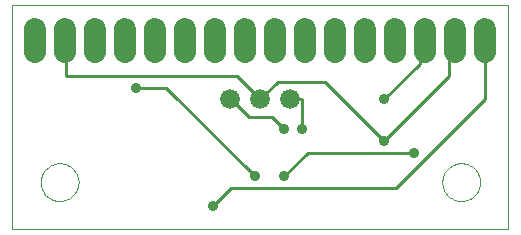
<source format=gbl>
G75*
G70*
%OFA0B0*%
%FSLAX24Y24*%
%IPPOS*%
%LPD*%
%AMOC8*
5,1,8,0,0,1.08239X$1,22.5*
%
%ADD10C,0.0000*%
%ADD11C,0.0740*%
%ADD12C,0.0660*%
%ADD13C,0.0100*%
%ADD14C,0.0360*%
D10*
X000100Y000264D02*
X000100Y007744D01*
X016635Y007744D01*
X016635Y000264D01*
X000100Y000264D01*
X001045Y001838D02*
X001047Y001888D01*
X001053Y001938D01*
X001063Y001987D01*
X001077Y002035D01*
X001094Y002082D01*
X001115Y002127D01*
X001140Y002171D01*
X001168Y002212D01*
X001200Y002251D01*
X001234Y002288D01*
X001271Y002322D01*
X001311Y002352D01*
X001353Y002379D01*
X001397Y002403D01*
X001443Y002424D01*
X001490Y002440D01*
X001538Y002453D01*
X001588Y002462D01*
X001637Y002467D01*
X001688Y002468D01*
X001738Y002465D01*
X001787Y002458D01*
X001836Y002447D01*
X001884Y002432D01*
X001930Y002414D01*
X001975Y002392D01*
X002018Y002366D01*
X002059Y002337D01*
X002098Y002305D01*
X002134Y002270D01*
X002166Y002232D01*
X002196Y002192D01*
X002223Y002149D01*
X002246Y002105D01*
X002265Y002059D01*
X002281Y002011D01*
X002293Y001962D01*
X002301Y001913D01*
X002305Y001863D01*
X002305Y001813D01*
X002301Y001763D01*
X002293Y001714D01*
X002281Y001665D01*
X002265Y001617D01*
X002246Y001571D01*
X002223Y001527D01*
X002196Y001484D01*
X002166Y001444D01*
X002134Y001406D01*
X002098Y001371D01*
X002059Y001339D01*
X002018Y001310D01*
X001975Y001284D01*
X001930Y001262D01*
X001884Y001244D01*
X001836Y001229D01*
X001787Y001218D01*
X001738Y001211D01*
X001688Y001208D01*
X001637Y001209D01*
X001588Y001214D01*
X001538Y001223D01*
X001490Y001236D01*
X001443Y001252D01*
X001397Y001273D01*
X001353Y001297D01*
X001311Y001324D01*
X001271Y001354D01*
X001234Y001388D01*
X001200Y001425D01*
X001168Y001464D01*
X001140Y001505D01*
X001115Y001549D01*
X001094Y001594D01*
X001077Y001641D01*
X001063Y001689D01*
X001053Y001738D01*
X001047Y001788D01*
X001045Y001838D01*
X014431Y001838D02*
X014433Y001888D01*
X014439Y001938D01*
X014449Y001987D01*
X014463Y002035D01*
X014480Y002082D01*
X014501Y002127D01*
X014526Y002171D01*
X014554Y002212D01*
X014586Y002251D01*
X014620Y002288D01*
X014657Y002322D01*
X014697Y002352D01*
X014739Y002379D01*
X014783Y002403D01*
X014829Y002424D01*
X014876Y002440D01*
X014924Y002453D01*
X014974Y002462D01*
X015023Y002467D01*
X015074Y002468D01*
X015124Y002465D01*
X015173Y002458D01*
X015222Y002447D01*
X015270Y002432D01*
X015316Y002414D01*
X015361Y002392D01*
X015404Y002366D01*
X015445Y002337D01*
X015484Y002305D01*
X015520Y002270D01*
X015552Y002232D01*
X015582Y002192D01*
X015609Y002149D01*
X015632Y002105D01*
X015651Y002059D01*
X015667Y002011D01*
X015679Y001962D01*
X015687Y001913D01*
X015691Y001863D01*
X015691Y001813D01*
X015687Y001763D01*
X015679Y001714D01*
X015667Y001665D01*
X015651Y001617D01*
X015632Y001571D01*
X015609Y001527D01*
X015582Y001484D01*
X015552Y001444D01*
X015520Y001406D01*
X015484Y001371D01*
X015445Y001339D01*
X015404Y001310D01*
X015361Y001284D01*
X015316Y001262D01*
X015270Y001244D01*
X015222Y001229D01*
X015173Y001218D01*
X015124Y001211D01*
X015074Y001208D01*
X015023Y001209D01*
X014974Y001214D01*
X014924Y001223D01*
X014876Y001236D01*
X014829Y001252D01*
X014783Y001273D01*
X014739Y001297D01*
X014697Y001324D01*
X014657Y001354D01*
X014620Y001388D01*
X014586Y001425D01*
X014554Y001464D01*
X014526Y001505D01*
X014501Y001549D01*
X014480Y001594D01*
X014463Y001641D01*
X014449Y001689D01*
X014439Y001738D01*
X014433Y001788D01*
X014431Y001838D01*
D11*
X014848Y006193D02*
X014848Y006933D01*
X013848Y006933D02*
X013848Y006193D01*
X012848Y006193D02*
X012848Y006933D01*
X011848Y006933D02*
X011848Y006193D01*
X010848Y006193D02*
X010848Y006933D01*
X009848Y006933D02*
X009848Y006193D01*
X008848Y006193D02*
X008848Y006933D01*
X007848Y006933D02*
X007848Y006193D01*
X006848Y006193D02*
X006848Y006933D01*
X005848Y006933D02*
X005848Y006193D01*
X004848Y006193D02*
X004848Y006933D01*
X003848Y006933D02*
X003848Y006193D01*
X002848Y006193D02*
X002848Y006933D01*
X001848Y006933D02*
X001848Y006193D01*
X000848Y006193D02*
X000848Y006933D01*
X015848Y006933D02*
X015848Y006193D01*
D12*
X009368Y004594D03*
X008368Y004594D03*
X007368Y004594D03*
D13*
X007383Y004594D01*
X007974Y004004D01*
X008761Y004004D01*
X009155Y003610D01*
X009746Y003610D02*
X009746Y004594D01*
X009549Y004594D01*
X009368Y004594D01*
X008958Y005185D02*
X008368Y004594D01*
X007580Y005382D01*
X001872Y005382D01*
X001872Y006563D01*
X001848Y006563D01*
X004234Y004988D02*
X005218Y004988D01*
X008171Y002035D01*
X007383Y001642D02*
X012895Y001642D01*
X015848Y004594D01*
X015848Y006563D01*
X014848Y006563D02*
X014667Y006563D01*
X014667Y005382D01*
X012502Y003216D01*
X010533Y005185D01*
X008958Y005185D01*
X012502Y004594D02*
X013683Y005775D01*
X013683Y006563D01*
X013848Y006563D01*
X013486Y002823D02*
X009943Y002823D01*
X009155Y002035D01*
X007383Y001642D02*
X006793Y001051D01*
D14*
X006793Y001051D03*
X008171Y002035D03*
X009155Y002035D03*
X009155Y003610D03*
X009746Y003610D03*
X012502Y003216D03*
X013486Y002823D03*
X012502Y004594D03*
X004234Y004988D03*
M02*

</source>
